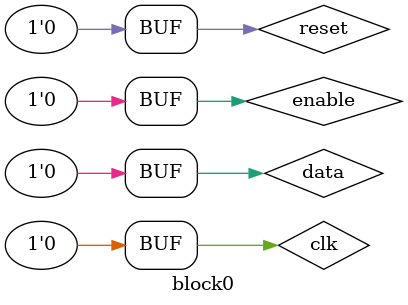
<source format=v>
module block0();
   reg clk,reset,enable,data;

   initial begin
      begin
         clk = 0;
         reset = 0;
      end
      begin
         enable = 0;
         data = 0;
      end
   end

endmodule

</source>
